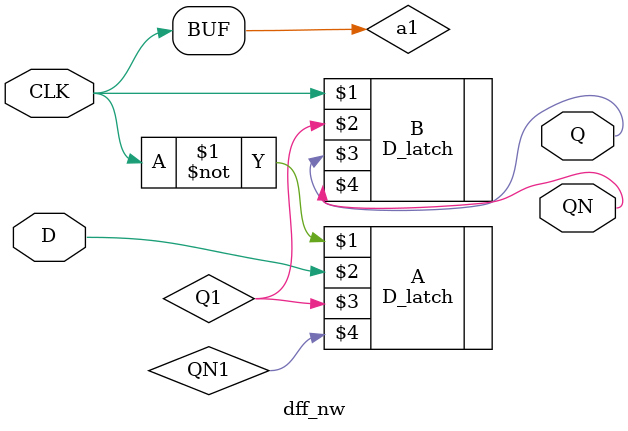
<source format=v>
module dff_nw(CLK,D,Q, QN);
	input wire CLK, D;
	output Q,QN;
	wire CLK_n, a1, Q1, QN1;
	not N(CLK_n,CLK);
	not N1(a1,CLK_n);
	D_latch A(~CLK,D,Q1,QN1);
	D_latch B(a1,Q1,Q,QN);
endmodule	
</source>
